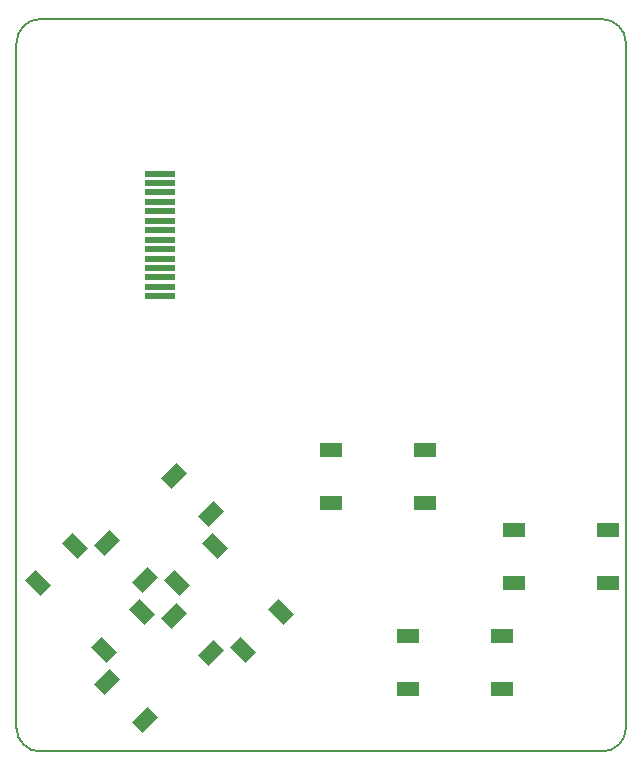
<source format=gtp>
G04*
G04 #@! TF.GenerationSoftware,Altium Limited,Altium Designer,19.1.6 (110)*
G04*
G04 Layer_Color=8421504*
%FSAX25Y25*%
%MOIN*%
G70*
G01*
G75*
%ADD10C,0.00787*%
%ADD12R,0.09843X0.01969*%
%ADD13R,0.07480X0.05118*%
G04:AMPARAMS|DCode=14|XSize=74.8mil|YSize=51.18mil|CornerRadius=0mil|HoleSize=0mil|Usage=FLASHONLY|Rotation=45.000|XOffset=0mil|YOffset=0mil|HoleType=Round|Shape=Rectangle|*
%AMROTATEDRECTD14*
4,1,4,-0.00835,-0.04454,-0.04454,-0.00835,0.00835,0.04454,0.04454,0.00835,-0.00835,-0.04454,0.0*
%
%ADD14ROTATEDRECTD14*%

G04:AMPARAMS|DCode=15|XSize=74.8mil|YSize=51.18mil|CornerRadius=0mil|HoleSize=0mil|Usage=FLASHONLY|Rotation=315.000|XOffset=0mil|YOffset=0mil|HoleType=Round|Shape=Rectangle|*
%AMROTATEDRECTD15*
4,1,4,-0.04454,0.00835,-0.00835,0.04454,0.04454,-0.00835,0.00835,-0.04454,-0.04454,0.00835,0.0*
%
%ADD15ROTATEDRECTD15*%

D10*
X-0000000Y0236221D02*
G03*
X-0007874Y0244094I-0007874J0000000D01*
G01*
X-0007874Y0000000D02*
G03*
X0000000Y0007874I0000000J0007874D01*
G01*
X-0195276Y0244094D02*
G03*
X-0203150Y0236221I0000000J-0007874D01*
G01*
Y0007874D02*
G03*
X-0195276Y0000000I0007874J0000000D01*
G01*
Y0244094D02*
X-0007874D01*
X-0195276Y0000000D02*
X-0007874D01*
X0000000Y0007874D02*
Y0236221D01*
X-0203150Y0007874D02*
Y0236221D01*
X-0000000D02*
X0000000D01*
X-0009843Y0244094D02*
X-0007874Y0244094D01*
X-0177165D02*
X-0177165Y0244094D01*
D12*
X-0155209Y0180032D02*
D03*
Y0176882D02*
D03*
Y0183182D02*
D03*
Y0170583D02*
D03*
Y0167434D02*
D03*
Y0173733D02*
D03*
Y0189481D02*
D03*
Y0186331D02*
D03*
Y0192630D02*
D03*
Y0154835D02*
D03*
Y0161134D02*
D03*
Y0157985D02*
D03*
Y0164284D02*
D03*
Y0151686D02*
D03*
D13*
X-0067126Y0082677D02*
D03*
Y0100394D02*
D03*
X-0098425Y0082677D02*
D03*
Y0100394D02*
D03*
X-0041437Y0020669D02*
D03*
Y0038386D02*
D03*
X-0072736Y0020669D02*
D03*
Y0038386D02*
D03*
X-0006004Y0056102D02*
D03*
Y0073819D02*
D03*
X-0037303Y0056102D02*
D03*
Y0073819D02*
D03*
D14*
X-0138182Y0032755D02*
D03*
X-0150710Y0045282D02*
D03*
X-0160314Y0010623D02*
D03*
X-0172842Y0023151D02*
D03*
X-0138182Y0079212D02*
D03*
X-0150710Y0091739D02*
D03*
X-0160314Y0057080D02*
D03*
X-0172842Y0069607D02*
D03*
D15*
X-0127481Y0033851D02*
D03*
X-0114954Y0046379D02*
D03*
X-0149613Y0055983D02*
D03*
X-0137086Y0068511D02*
D03*
X-0173938Y0033851D02*
D03*
X-0161410Y0046379D02*
D03*
X-0196070Y0055983D02*
D03*
X-0183542Y0068511D02*
D03*
M02*

</source>
